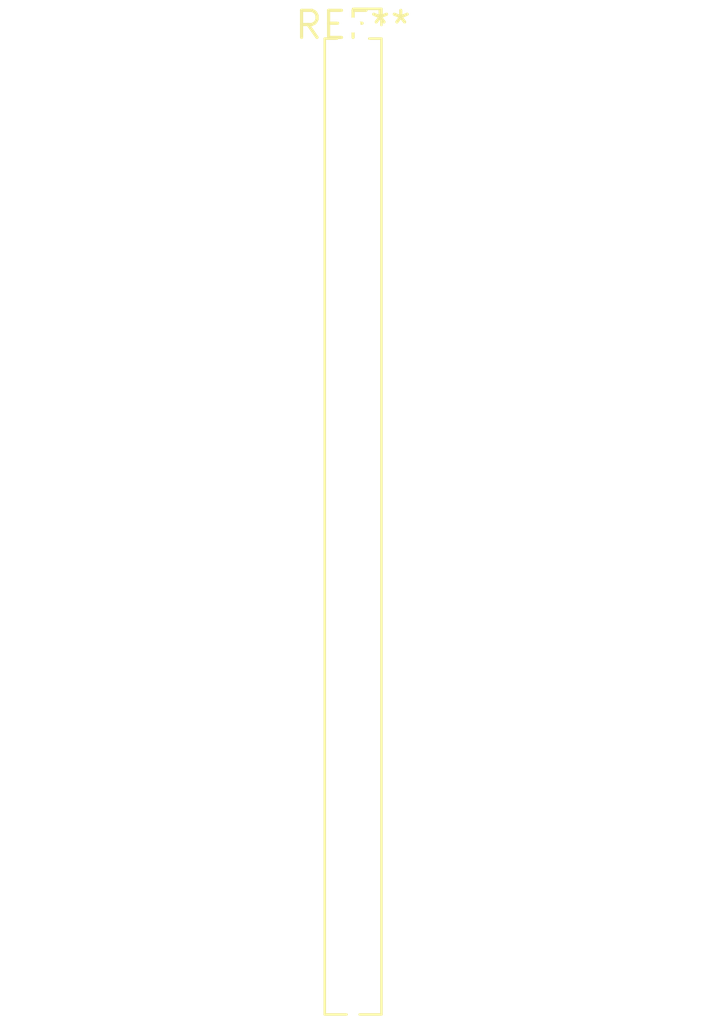
<source format=kicad_pcb>
(kicad_pcb (version 20240108) (generator pcbnew)
  (layers (0 "F.Cu" signal) (31 "B.Cu" signal) (34 "B.Paste" user) (35 "F.Paste" user) (36 "B.SilkS" user "B.Silkscreen") (37 "F.SilkS" user "F.Silkscreen") (38 "B.Mask" user) (39 "F.Mask" user) (44 "Edge.Cuts" user))
  (net 0 "")
  (footprint "PinSocket_1x37_P1.27mm_Vertical" (layer "F.Cu") (at 0 0)
    (property "Reference" "REF**")
    (property "Value" "PinSocket_1x37_P1.27mm_Vertical")
    (fp_line (start -1.33 0.635) (end -1.33 46.415) (layer "F.SilkS") (stroke (width 0.12)))
    (fp_line (start -1.33 0.635) (end -0.76 0.635) (layer "F.SilkS") (stroke (width 0.12)))
    (fp_line (start -1.33 46.415) (end -0.30753 46.415) (layer "F.SilkS") (stroke (width 0.12)))
    (fp_line (start 0 -0.76) (end 1.33 -0.76) (layer "F.SilkS") (stroke (width 0.12)))
    (fp_line (start 0.30753 46.415) (end 1.33 46.415) (layer "F.SilkS") (stroke (width 0.12)))
    (fp_line (start 0.76 0.635) (end 1.33 0.635) (layer "F.SilkS") (stroke (width 0.12)))
    (fp_line (start 1.33 -0.76) (end 1.33 0) (layer "F.SilkS") (stroke (width 0.12)))
    (fp_line (start 1.33 0.635) (end 1.33 46.415) (layer "F.SilkS") (stroke (width 0.12)))
    (pad "1" thru_hole rect (at 0 0) (size 1 1) (drill 0.7) (layers *.Cu *.Mask) (remove_unused_layers))
    (pad "2" thru_hole oval (at 0 1.27) (size 1 1) (drill 0.7) (layers *.Cu *.Mask) (remove_unused_layers))
    (pad "3" thru_hole oval (at 0 2.54) (size 1 1) (drill 0.7) (layers *.Cu *.Mask) (remove_unused_layers))
    (pad "4" thru_hole oval (at 0 3.81) (size 1 1) (drill 0.7) (layers *.Cu *.Mask) (remove_unused_layers))
    (pad "5" thru_hole oval (at 0 5.08) (size 1 1) (drill 0.7) (layers *.Cu *.Mask) (remove_unused_layers))
    (pad "6" thru_hole oval (at 0 6.35) (size 1 1) (drill 0.7) (layers *.Cu *.Mask) (remove_unused_layers))
    (pad "7" thru_hole oval (at 0 7.62) (size 1 1) (drill 0.7) (layers *.Cu *.Mask) (remove_unused_layers))
    (pad "8" thru_hole oval (at 0 8.89) (size 1 1) (drill 0.7) (layers *.Cu *.Mask) (remove_unused_layers))
    (pad "9" thru_hole oval (at 0 10.16) (size 1 1) (drill 0.7) (layers *.Cu *.Mask) (remove_unused_layers))
    (pad "10" thru_hole oval (at 0 11.43) (size 1 1) (drill 0.7) (layers *.Cu *.Mask) (remove_unused_layers))
    (pad "11" thru_hole oval (at 0 12.7) (size 1 1) (drill 0.7) (layers *.Cu *.Mask) (remove_unused_layers))
    (pad "12" thru_hole oval (at 0 13.97) (size 1 1) (drill 0.7) (layers *.Cu *.Mask) (remove_unused_layers))
    (pad "13" thru_hole oval (at 0 15.24) (size 1 1) (drill 0.7) (layers *.Cu *.Mask) (remove_unused_layers))
    (pad "14" thru_hole oval (at 0 16.51) (size 1 1) (drill 0.7) (layers *.Cu *.Mask) (remove_unused_layers))
    (pad "15" thru_hole oval (at 0 17.78) (size 1 1) (drill 0.7) (layers *.Cu *.Mask) (remove_unused_layers))
    (pad "16" thru_hole oval (at 0 19.05) (size 1 1) (drill 0.7) (layers *.Cu *.Mask) (remove_unused_layers))
    (pad "17" thru_hole oval (at 0 20.32) (size 1 1) (drill 0.7) (layers *.Cu *.Mask) (remove_unused_layers))
    (pad "18" thru_hole oval (at 0 21.59) (size 1 1) (drill 0.7) (layers *.Cu *.Mask) (remove_unused_layers))
    (pad "19" thru_hole oval (at 0 22.86) (size 1 1) (drill 0.7) (layers *.Cu *.Mask) (remove_unused_layers))
    (pad "20" thru_hole oval (at 0 24.13) (size 1 1) (drill 0.7) (layers *.Cu *.Mask) (remove_unused_layers))
    (pad "21" thru_hole oval (at 0 25.4) (size 1 1) (drill 0.7) (layers *.Cu *.Mask) (remove_unused_layers))
    (pad "22" thru_hole oval (at 0 26.67) (size 1 1) (drill 0.7) (layers *.Cu *.Mask) (remove_unused_layers))
    (pad "23" thru_hole oval (at 0 27.94) (size 1 1) (drill 0.7) (layers *.Cu *.Mask) (remove_unused_layers))
    (pad "24" thru_hole oval (at 0 29.21) (size 1 1) (drill 0.7) (layers *.Cu *.Mask) (remove_unused_layers))
    (pad "25" thru_hole oval (at 0 30.48) (size 1 1) (drill 0.7) (layers *.Cu *.Mask) (remove_unused_layers))
    (pad "26" thru_hole oval (at 0 31.75) (size 1 1) (drill 0.7) (layers *.Cu *.Mask) (remove_unused_layers))
    (pad "27" thru_hole oval (at 0 33.02) (size 1 1) (drill 0.7) (layers *.Cu *.Mask) (remove_unused_layers))
    (pad "28" thru_hole oval (at 0 34.29) (size 1 1) (drill 0.7) (layers *.Cu *.Mask) (remove_unused_layers))
    (pad "29" thru_hole oval (at 0 35.56) (size 1 1) (drill 0.7) (layers *.Cu *.Mask) (remove_unused_layers))
    (pad "30" thru_hole oval (at 0 36.83) (size 1 1) (drill 0.7) (layers *.Cu *.Mask) (remove_unused_layers))
    (pad "31" thru_hole oval (at 0 38.1) (size 1 1) (drill 0.7) (layers *.Cu *.Mask) (remove_unused_layers))
    (pad "32" thru_hole oval (at 0 39.37) (size 1 1) (drill 0.7) (layers *.Cu *.Mask) (remove_unused_layers))
    (pad "33" thru_hole oval (at 0 40.64) (size 1 1) (drill 0.7) (layers *.Cu *.Mask) (remove_unused_layers))
    (pad "34" thru_hole oval (at 0 41.91) (size 1 1) (drill 0.7) (layers *.Cu *.Mask) (remove_unused_layers))
    (pad "35" thru_hole oval (at 0 43.18) (size 1 1) (drill 0.7) (layers *.Cu *.Mask) (remove_unused_layers))
    (pad "36" thru_hole oval (at 0 44.45) (size 1 1) (drill 0.7) (layers *.Cu *.Mask) (remove_unused_layers))
    (pad "37" thru_hole oval (at 0 45.72) (size 1 1) (drill 0.7) (layers *.Cu *.Mask) (remove_unused_layers))
  )
)
</source>
